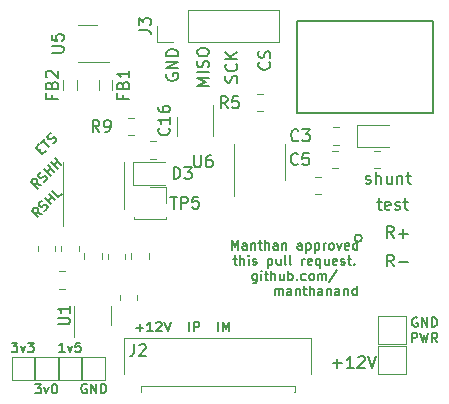
<source format=gbr>
G04 #@! TF.GenerationSoftware,KiCad,Pcbnew,(6.0.7)*
G04 #@! TF.CreationDate,2022-11-19T14:13:10-06:00*
G04 #@! TF.ProjectId,BPS-Amperes,4250532d-416d-4706-9572-65732e6b6963,rev?*
G04 #@! TF.SameCoordinates,Original*
G04 #@! TF.FileFunction,Legend,Top*
G04 #@! TF.FilePolarity,Positive*
%FSLAX46Y46*%
G04 Gerber Fmt 4.6, Leading zero omitted, Abs format (unit mm)*
G04 Created by KiCad (PCBNEW (6.0.7)) date 2022-11-19 14:13:10*
%MOMM*%
%LPD*%
G01*
G04 APERTURE LIST*
%ADD10C,0.200000*%
%ADD11C,0.150000*%
%ADD12C,0.120000*%
%ADD13C,0.127000*%
G04 APERTURE END LIST*
D10*
X148490476Y-112385714D02*
X148871428Y-112385714D01*
X148633333Y-112052380D02*
X148633333Y-112909523D01*
X148680952Y-113004761D01*
X148776190Y-113052380D01*
X148871428Y-113052380D01*
X149585714Y-113004761D02*
X149490476Y-113052380D01*
X149300000Y-113052380D01*
X149204761Y-113004761D01*
X149157142Y-112909523D01*
X149157142Y-112528571D01*
X149204761Y-112433333D01*
X149300000Y-112385714D01*
X149490476Y-112385714D01*
X149585714Y-112433333D01*
X149633333Y-112528571D01*
X149633333Y-112623809D01*
X149157142Y-112719047D01*
X150014285Y-113004761D02*
X150109523Y-113052380D01*
X150300000Y-113052380D01*
X150395238Y-113004761D01*
X150442857Y-112909523D01*
X150442857Y-112861904D01*
X150395238Y-112766666D01*
X150300000Y-112719047D01*
X150157142Y-112719047D01*
X150061904Y-112671428D01*
X150014285Y-112576190D01*
X150014285Y-112528571D01*
X150061904Y-112433333D01*
X150157142Y-112385714D01*
X150300000Y-112385714D01*
X150395238Y-112433333D01*
X150728571Y-112385714D02*
X151109523Y-112385714D01*
X150871428Y-112052380D02*
X150871428Y-112909523D01*
X150919047Y-113004761D01*
X151014285Y-113052380D01*
X151109523Y-113052380D01*
X134252380Y-102571428D02*
X133252380Y-102571428D01*
X133966666Y-102238095D01*
X133252380Y-101904761D01*
X134252380Y-101904761D01*
X134252380Y-101428571D02*
X133252380Y-101428571D01*
X134204761Y-101000000D02*
X134252380Y-100857142D01*
X134252380Y-100619047D01*
X134204761Y-100523809D01*
X134157142Y-100476190D01*
X134061904Y-100428571D01*
X133966666Y-100428571D01*
X133871428Y-100476190D01*
X133823809Y-100523809D01*
X133776190Y-100619047D01*
X133728571Y-100809523D01*
X133680952Y-100904761D01*
X133633333Y-100952380D01*
X133538095Y-101000000D01*
X133442857Y-101000000D01*
X133347619Y-100952380D01*
X133300000Y-100904761D01*
X133252380Y-100809523D01*
X133252380Y-100571428D01*
X133300000Y-100428571D01*
X133252380Y-99809523D02*
X133252380Y-99619047D01*
X133300000Y-99523809D01*
X133395238Y-99428571D01*
X133585714Y-99380952D01*
X133919047Y-99380952D01*
X134109523Y-99428571D01*
X134204761Y-99523809D01*
X134252380Y-99619047D01*
X134252380Y-99809523D01*
X134204761Y-99904761D01*
X134109523Y-100000000D01*
X133919047Y-100047619D01*
X133585714Y-100047619D01*
X133395238Y-100000000D01*
X133300000Y-99904761D01*
X133252380Y-99809523D01*
D11*
X117547619Y-124311904D02*
X118042857Y-124311904D01*
X117776190Y-124616666D01*
X117890476Y-124616666D01*
X117966666Y-124654761D01*
X118004761Y-124692857D01*
X118042857Y-124769047D01*
X118042857Y-124959523D01*
X118004761Y-125035714D01*
X117966666Y-125073809D01*
X117890476Y-125111904D01*
X117661904Y-125111904D01*
X117585714Y-125073809D01*
X117547619Y-125035714D01*
X118309523Y-124578571D02*
X118500000Y-125111904D01*
X118690476Y-124578571D01*
X118919047Y-124311904D02*
X119414285Y-124311904D01*
X119147619Y-124616666D01*
X119261904Y-124616666D01*
X119338095Y-124654761D01*
X119376190Y-124692857D01*
X119414285Y-124769047D01*
X119414285Y-124959523D01*
X119376190Y-125035714D01*
X119338095Y-125073809D01*
X119261904Y-125111904D01*
X119033333Y-125111904D01*
X118957142Y-125073809D01*
X118919047Y-125035714D01*
D10*
X139357142Y-100566666D02*
X139404761Y-100614285D01*
X139452380Y-100757142D01*
X139452380Y-100852380D01*
X139404761Y-100995238D01*
X139309523Y-101090476D01*
X139214285Y-101138095D01*
X139023809Y-101185714D01*
X138880952Y-101185714D01*
X138690476Y-101138095D01*
X138595238Y-101090476D01*
X138500000Y-100995238D01*
X138452380Y-100852380D01*
X138452380Y-100757142D01*
X138500000Y-100614285D01*
X138547619Y-100566666D01*
X139404761Y-100185714D02*
X139452380Y-100042857D01*
X139452380Y-99804761D01*
X139404761Y-99709523D01*
X139357142Y-99661904D01*
X139261904Y-99614285D01*
X139166666Y-99614285D01*
X139071428Y-99661904D01*
X139023809Y-99709523D01*
X138976190Y-99804761D01*
X138928571Y-99995238D01*
X138880952Y-100090476D01*
X138833333Y-100138095D01*
X138738095Y-100185714D01*
X138642857Y-100185714D01*
X138547619Y-100138095D01*
X138500000Y-100090476D01*
X138452380Y-99995238D01*
X138452380Y-99757142D01*
X138500000Y-99614285D01*
D11*
X144738095Y-126071428D02*
X145500000Y-126071428D01*
X145119047Y-126452380D02*
X145119047Y-125690476D01*
X146500000Y-126452380D02*
X145928571Y-126452380D01*
X146214285Y-126452380D02*
X146214285Y-125452380D01*
X146119047Y-125595238D01*
X146023809Y-125690476D01*
X145928571Y-125738095D01*
X146880952Y-125547619D02*
X146928571Y-125500000D01*
X147023809Y-125452380D01*
X147261904Y-125452380D01*
X147357142Y-125500000D01*
X147404761Y-125547619D01*
X147452380Y-125642857D01*
X147452380Y-125738095D01*
X147404761Y-125880952D01*
X146833333Y-126452380D01*
X147452380Y-126452380D01*
X147738095Y-125452380D02*
X148071428Y-126452380D01*
X148404761Y-125452380D01*
X132600000Y-123361904D02*
X132600000Y-122561904D01*
X132980952Y-123361904D02*
X132980952Y-122561904D01*
X133285714Y-122561904D01*
X133361904Y-122600000D01*
X133400000Y-122638095D01*
X133438095Y-122714285D01*
X133438095Y-122828571D01*
X133400000Y-122904761D01*
X133361904Y-122942857D01*
X133285714Y-122980952D01*
X132980952Y-122980952D01*
D10*
X147542857Y-110804761D02*
X147638095Y-110852380D01*
X147828571Y-110852380D01*
X147923809Y-110804761D01*
X147971428Y-110709523D01*
X147971428Y-110661904D01*
X147923809Y-110566666D01*
X147828571Y-110519047D01*
X147685714Y-110519047D01*
X147590476Y-110471428D01*
X147542857Y-110376190D01*
X147542857Y-110328571D01*
X147590476Y-110233333D01*
X147685714Y-110185714D01*
X147828571Y-110185714D01*
X147923809Y-110233333D01*
X148400000Y-110852380D02*
X148400000Y-109852380D01*
X148828571Y-110852380D02*
X148828571Y-110328571D01*
X148780952Y-110233333D01*
X148685714Y-110185714D01*
X148542857Y-110185714D01*
X148447619Y-110233333D01*
X148400000Y-110280952D01*
X149733333Y-110185714D02*
X149733333Y-110852380D01*
X149304761Y-110185714D02*
X149304761Y-110709523D01*
X149352380Y-110804761D01*
X149447619Y-110852380D01*
X149590476Y-110852380D01*
X149685714Y-110804761D01*
X149733333Y-110757142D01*
X150209523Y-110185714D02*
X150209523Y-110852380D01*
X150209523Y-110280952D02*
X150257142Y-110233333D01*
X150352380Y-110185714D01*
X150495238Y-110185714D01*
X150590476Y-110233333D01*
X150638095Y-110328571D01*
X150638095Y-110852380D01*
X150971428Y-110185714D02*
X151352380Y-110185714D01*
X151114285Y-109852380D02*
X151114285Y-110709523D01*
X151161904Y-110804761D01*
X151257142Y-110852380D01*
X151352380Y-110852380D01*
X149890476Y-117852380D02*
X149557142Y-117376190D01*
X149319047Y-117852380D02*
X149319047Y-116852380D01*
X149700000Y-116852380D01*
X149795238Y-116900000D01*
X149842857Y-116947619D01*
X149890476Y-117042857D01*
X149890476Y-117185714D01*
X149842857Y-117280952D01*
X149795238Y-117328571D01*
X149700000Y-117376190D01*
X149319047Y-117376190D01*
X150319047Y-117471428D02*
X151080952Y-117471428D01*
D11*
X119853502Y-108065685D02*
X120042064Y-107877123D01*
X120419187Y-108092622D02*
X120149813Y-108361996D01*
X119584128Y-107796311D01*
X119853502Y-107526937D01*
X120015126Y-107365312D02*
X120338375Y-107042064D01*
X120742436Y-107769374D02*
X120176751Y-107203688D01*
X121038748Y-107419187D02*
X121146497Y-107365312D01*
X121281184Y-107230625D01*
X121308122Y-107149813D01*
X121308122Y-107095938D01*
X121281184Y-107015126D01*
X121227309Y-106961251D01*
X121146497Y-106934314D01*
X121092622Y-106934314D01*
X121011810Y-106961251D01*
X120877123Y-107042064D01*
X120796311Y-107069001D01*
X120742436Y-107069001D01*
X120661624Y-107042064D01*
X120607749Y-106988189D01*
X120580812Y-106907377D01*
X120580812Y-106853502D01*
X120607749Y-106772690D01*
X120742436Y-106638003D01*
X120850186Y-106584128D01*
X136185714Y-116429904D02*
X136185714Y-115629904D01*
X136452380Y-116201333D01*
X136719047Y-115629904D01*
X136719047Y-116429904D01*
X137442857Y-116429904D02*
X137442857Y-116010857D01*
X137404761Y-115934666D01*
X137328571Y-115896571D01*
X137176190Y-115896571D01*
X137100000Y-115934666D01*
X137442857Y-116391809D02*
X137366666Y-116429904D01*
X137176190Y-116429904D01*
X137100000Y-116391809D01*
X137061904Y-116315619D01*
X137061904Y-116239428D01*
X137100000Y-116163238D01*
X137176190Y-116125142D01*
X137366666Y-116125142D01*
X137442857Y-116087047D01*
X137823809Y-115896571D02*
X137823809Y-116429904D01*
X137823809Y-115972761D02*
X137861904Y-115934666D01*
X137938095Y-115896571D01*
X138052380Y-115896571D01*
X138128571Y-115934666D01*
X138166666Y-116010857D01*
X138166666Y-116429904D01*
X138433333Y-115896571D02*
X138738095Y-115896571D01*
X138547619Y-115629904D02*
X138547619Y-116315619D01*
X138585714Y-116391809D01*
X138661904Y-116429904D01*
X138738095Y-116429904D01*
X139004761Y-116429904D02*
X139004761Y-115629904D01*
X139347619Y-116429904D02*
X139347619Y-116010857D01*
X139309523Y-115934666D01*
X139233333Y-115896571D01*
X139119047Y-115896571D01*
X139042857Y-115934666D01*
X139004761Y-115972761D01*
X140071428Y-116429904D02*
X140071428Y-116010857D01*
X140033333Y-115934666D01*
X139957142Y-115896571D01*
X139804761Y-115896571D01*
X139728571Y-115934666D01*
X140071428Y-116391809D02*
X139995238Y-116429904D01*
X139804761Y-116429904D01*
X139728571Y-116391809D01*
X139690476Y-116315619D01*
X139690476Y-116239428D01*
X139728571Y-116163238D01*
X139804761Y-116125142D01*
X139995238Y-116125142D01*
X140071428Y-116087047D01*
X140452380Y-115896571D02*
X140452380Y-116429904D01*
X140452380Y-115972761D02*
X140490476Y-115934666D01*
X140566666Y-115896571D01*
X140680952Y-115896571D01*
X140757142Y-115934666D01*
X140795238Y-116010857D01*
X140795238Y-116429904D01*
X142128571Y-116429904D02*
X142128571Y-116010857D01*
X142090476Y-115934666D01*
X142014285Y-115896571D01*
X141861904Y-115896571D01*
X141785714Y-115934666D01*
X142128571Y-116391809D02*
X142052380Y-116429904D01*
X141861904Y-116429904D01*
X141785714Y-116391809D01*
X141747619Y-116315619D01*
X141747619Y-116239428D01*
X141785714Y-116163238D01*
X141861904Y-116125142D01*
X142052380Y-116125142D01*
X142128571Y-116087047D01*
X142509523Y-115896571D02*
X142509523Y-116696571D01*
X142509523Y-115934666D02*
X142585714Y-115896571D01*
X142738095Y-115896571D01*
X142814285Y-115934666D01*
X142852380Y-115972761D01*
X142890476Y-116048952D01*
X142890476Y-116277523D01*
X142852380Y-116353714D01*
X142814285Y-116391809D01*
X142738095Y-116429904D01*
X142585714Y-116429904D01*
X142509523Y-116391809D01*
X143233333Y-115896571D02*
X143233333Y-116696571D01*
X143233333Y-115934666D02*
X143309523Y-115896571D01*
X143461904Y-115896571D01*
X143538095Y-115934666D01*
X143576190Y-115972761D01*
X143614285Y-116048952D01*
X143614285Y-116277523D01*
X143576190Y-116353714D01*
X143538095Y-116391809D01*
X143461904Y-116429904D01*
X143309523Y-116429904D01*
X143233333Y-116391809D01*
X143957142Y-116429904D02*
X143957142Y-115896571D01*
X143957142Y-116048952D02*
X143995238Y-115972761D01*
X144033333Y-115934666D01*
X144109523Y-115896571D01*
X144185714Y-115896571D01*
X144566666Y-116429904D02*
X144490476Y-116391809D01*
X144452380Y-116353714D01*
X144414285Y-116277523D01*
X144414285Y-116048952D01*
X144452380Y-115972761D01*
X144490476Y-115934666D01*
X144566666Y-115896571D01*
X144680952Y-115896571D01*
X144757142Y-115934666D01*
X144795238Y-115972761D01*
X144833333Y-116048952D01*
X144833333Y-116277523D01*
X144795238Y-116353714D01*
X144757142Y-116391809D01*
X144680952Y-116429904D01*
X144566666Y-116429904D01*
X145100000Y-115896571D02*
X145290476Y-116429904D01*
X145480952Y-115896571D01*
X146090476Y-116391809D02*
X146014285Y-116429904D01*
X145861904Y-116429904D01*
X145785714Y-116391809D01*
X145747619Y-116315619D01*
X145747619Y-116010857D01*
X145785714Y-115934666D01*
X145861904Y-115896571D01*
X146014285Y-115896571D01*
X146090476Y-115934666D01*
X146128571Y-116010857D01*
X146128571Y-116087047D01*
X145747619Y-116163238D01*
X146814285Y-116429904D02*
X146814285Y-115629904D01*
X146814285Y-116391809D02*
X146738095Y-116429904D01*
X146585714Y-116429904D01*
X146509523Y-116391809D01*
X146471428Y-116353714D01*
X146433333Y-116277523D01*
X146433333Y-116048952D01*
X146471428Y-115972761D01*
X146509523Y-115934666D01*
X146585714Y-115896571D01*
X146738095Y-115896571D01*
X146814285Y-115934666D01*
X136319047Y-117184571D02*
X136623809Y-117184571D01*
X136433333Y-116917904D02*
X136433333Y-117603619D01*
X136471428Y-117679809D01*
X136547619Y-117717904D01*
X136623809Y-117717904D01*
X136890476Y-117717904D02*
X136890476Y-116917904D01*
X137233333Y-117717904D02*
X137233333Y-117298857D01*
X137195238Y-117222666D01*
X137119047Y-117184571D01*
X137004761Y-117184571D01*
X136928571Y-117222666D01*
X136890476Y-117260761D01*
X137614285Y-117717904D02*
X137614285Y-117184571D01*
X137614285Y-116917904D02*
X137576190Y-116956000D01*
X137614285Y-116994095D01*
X137652380Y-116956000D01*
X137614285Y-116917904D01*
X137614285Y-116994095D01*
X137957142Y-117679809D02*
X138033333Y-117717904D01*
X138185714Y-117717904D01*
X138261904Y-117679809D01*
X138300000Y-117603619D01*
X138300000Y-117565523D01*
X138261904Y-117489333D01*
X138185714Y-117451238D01*
X138071428Y-117451238D01*
X137995238Y-117413142D01*
X137957142Y-117336952D01*
X137957142Y-117298857D01*
X137995238Y-117222666D01*
X138071428Y-117184571D01*
X138185714Y-117184571D01*
X138261904Y-117222666D01*
X139252380Y-117184571D02*
X139252380Y-117984571D01*
X139252380Y-117222666D02*
X139328571Y-117184571D01*
X139480952Y-117184571D01*
X139557142Y-117222666D01*
X139595238Y-117260761D01*
X139633333Y-117336952D01*
X139633333Y-117565523D01*
X139595238Y-117641714D01*
X139557142Y-117679809D01*
X139480952Y-117717904D01*
X139328571Y-117717904D01*
X139252380Y-117679809D01*
X140319047Y-117184571D02*
X140319047Y-117717904D01*
X139976190Y-117184571D02*
X139976190Y-117603619D01*
X140014285Y-117679809D01*
X140090476Y-117717904D01*
X140204761Y-117717904D01*
X140280952Y-117679809D01*
X140319047Y-117641714D01*
X140814285Y-117717904D02*
X140738095Y-117679809D01*
X140700000Y-117603619D01*
X140700000Y-116917904D01*
X141233333Y-117717904D02*
X141157142Y-117679809D01*
X141119047Y-117603619D01*
X141119047Y-116917904D01*
X142147619Y-117717904D02*
X142147619Y-117184571D01*
X142147619Y-117336952D02*
X142185714Y-117260761D01*
X142223809Y-117222666D01*
X142300000Y-117184571D01*
X142376190Y-117184571D01*
X142947619Y-117679809D02*
X142871428Y-117717904D01*
X142719047Y-117717904D01*
X142642857Y-117679809D01*
X142604761Y-117603619D01*
X142604761Y-117298857D01*
X142642857Y-117222666D01*
X142719047Y-117184571D01*
X142871428Y-117184571D01*
X142947619Y-117222666D01*
X142985714Y-117298857D01*
X142985714Y-117375047D01*
X142604761Y-117451238D01*
X143671428Y-117184571D02*
X143671428Y-117984571D01*
X143671428Y-117679809D02*
X143595238Y-117717904D01*
X143442857Y-117717904D01*
X143366666Y-117679809D01*
X143328571Y-117641714D01*
X143290476Y-117565523D01*
X143290476Y-117336952D01*
X143328571Y-117260761D01*
X143366666Y-117222666D01*
X143442857Y-117184571D01*
X143595238Y-117184571D01*
X143671428Y-117222666D01*
X144395238Y-117184571D02*
X144395238Y-117717904D01*
X144052380Y-117184571D02*
X144052380Y-117603619D01*
X144090476Y-117679809D01*
X144166666Y-117717904D01*
X144280952Y-117717904D01*
X144357142Y-117679809D01*
X144395238Y-117641714D01*
X145080952Y-117679809D02*
X145004761Y-117717904D01*
X144852380Y-117717904D01*
X144776190Y-117679809D01*
X144738095Y-117603619D01*
X144738095Y-117298857D01*
X144776190Y-117222666D01*
X144852380Y-117184571D01*
X145004761Y-117184571D01*
X145080952Y-117222666D01*
X145119047Y-117298857D01*
X145119047Y-117375047D01*
X144738095Y-117451238D01*
X145423809Y-117679809D02*
X145500000Y-117717904D01*
X145652380Y-117717904D01*
X145728571Y-117679809D01*
X145766666Y-117603619D01*
X145766666Y-117565523D01*
X145728571Y-117489333D01*
X145652380Y-117451238D01*
X145538095Y-117451238D01*
X145461904Y-117413142D01*
X145423809Y-117336952D01*
X145423809Y-117298857D01*
X145461904Y-117222666D01*
X145538095Y-117184571D01*
X145652380Y-117184571D01*
X145728571Y-117222666D01*
X145995238Y-117184571D02*
X146300000Y-117184571D01*
X146109523Y-116917904D02*
X146109523Y-117603619D01*
X146147619Y-117679809D01*
X146223809Y-117717904D01*
X146300000Y-117717904D01*
X146566666Y-117641714D02*
X146604761Y-117679809D01*
X146566666Y-117717904D01*
X146528571Y-117679809D01*
X146566666Y-117641714D01*
X146566666Y-117717904D01*
X138319047Y-118472571D02*
X138319047Y-119120190D01*
X138280952Y-119196380D01*
X138242857Y-119234476D01*
X138166666Y-119272571D01*
X138052380Y-119272571D01*
X137976190Y-119234476D01*
X138319047Y-118967809D02*
X138242857Y-119005904D01*
X138090476Y-119005904D01*
X138014285Y-118967809D01*
X137976190Y-118929714D01*
X137938095Y-118853523D01*
X137938095Y-118624952D01*
X137976190Y-118548761D01*
X138014285Y-118510666D01*
X138090476Y-118472571D01*
X138242857Y-118472571D01*
X138319047Y-118510666D01*
X138700000Y-119005904D02*
X138700000Y-118472571D01*
X138700000Y-118205904D02*
X138661904Y-118244000D01*
X138700000Y-118282095D01*
X138738095Y-118244000D01*
X138700000Y-118205904D01*
X138700000Y-118282095D01*
X138966666Y-118472571D02*
X139271428Y-118472571D01*
X139080952Y-118205904D02*
X139080952Y-118891619D01*
X139119047Y-118967809D01*
X139195238Y-119005904D01*
X139271428Y-119005904D01*
X139538095Y-119005904D02*
X139538095Y-118205904D01*
X139880952Y-119005904D02*
X139880952Y-118586857D01*
X139842857Y-118510666D01*
X139766666Y-118472571D01*
X139652380Y-118472571D01*
X139576190Y-118510666D01*
X139538095Y-118548761D01*
X140604761Y-118472571D02*
X140604761Y-119005904D01*
X140261904Y-118472571D02*
X140261904Y-118891619D01*
X140300000Y-118967809D01*
X140376190Y-119005904D01*
X140490476Y-119005904D01*
X140566666Y-118967809D01*
X140604761Y-118929714D01*
X140985714Y-119005904D02*
X140985714Y-118205904D01*
X140985714Y-118510666D02*
X141061904Y-118472571D01*
X141214285Y-118472571D01*
X141290476Y-118510666D01*
X141328571Y-118548761D01*
X141366666Y-118624952D01*
X141366666Y-118853523D01*
X141328571Y-118929714D01*
X141290476Y-118967809D01*
X141214285Y-119005904D01*
X141061904Y-119005904D01*
X140985714Y-118967809D01*
X141709523Y-118929714D02*
X141747619Y-118967809D01*
X141709523Y-119005904D01*
X141671428Y-118967809D01*
X141709523Y-118929714D01*
X141709523Y-119005904D01*
X142433333Y-118967809D02*
X142357142Y-119005904D01*
X142204761Y-119005904D01*
X142128571Y-118967809D01*
X142090476Y-118929714D01*
X142052380Y-118853523D01*
X142052380Y-118624952D01*
X142090476Y-118548761D01*
X142128571Y-118510666D01*
X142204761Y-118472571D01*
X142357142Y-118472571D01*
X142433333Y-118510666D01*
X142890476Y-119005904D02*
X142814285Y-118967809D01*
X142776190Y-118929714D01*
X142738095Y-118853523D01*
X142738095Y-118624952D01*
X142776190Y-118548761D01*
X142814285Y-118510666D01*
X142890476Y-118472571D01*
X143004761Y-118472571D01*
X143080952Y-118510666D01*
X143119047Y-118548761D01*
X143157142Y-118624952D01*
X143157142Y-118853523D01*
X143119047Y-118929714D01*
X143080952Y-118967809D01*
X143004761Y-119005904D01*
X142890476Y-119005904D01*
X143500000Y-119005904D02*
X143500000Y-118472571D01*
X143500000Y-118548761D02*
X143538095Y-118510666D01*
X143614285Y-118472571D01*
X143728571Y-118472571D01*
X143804761Y-118510666D01*
X143842857Y-118586857D01*
X143842857Y-119005904D01*
X143842857Y-118586857D02*
X143880952Y-118510666D01*
X143957142Y-118472571D01*
X144071428Y-118472571D01*
X144147619Y-118510666D01*
X144185714Y-118586857D01*
X144185714Y-119005904D01*
X145138095Y-118167809D02*
X144452380Y-119196380D01*
X139823809Y-120293904D02*
X139823809Y-119760571D01*
X139823809Y-119836761D02*
X139861904Y-119798666D01*
X139938095Y-119760571D01*
X140052380Y-119760571D01*
X140128571Y-119798666D01*
X140166666Y-119874857D01*
X140166666Y-120293904D01*
X140166666Y-119874857D02*
X140204761Y-119798666D01*
X140280952Y-119760571D01*
X140395238Y-119760571D01*
X140471428Y-119798666D01*
X140509523Y-119874857D01*
X140509523Y-120293904D01*
X141233333Y-120293904D02*
X141233333Y-119874857D01*
X141195238Y-119798666D01*
X141119047Y-119760571D01*
X140966666Y-119760571D01*
X140890476Y-119798666D01*
X141233333Y-120255809D02*
X141157142Y-120293904D01*
X140966666Y-120293904D01*
X140890476Y-120255809D01*
X140852380Y-120179619D01*
X140852380Y-120103428D01*
X140890476Y-120027238D01*
X140966666Y-119989142D01*
X141157142Y-119989142D01*
X141233333Y-119951047D01*
X141614285Y-119760571D02*
X141614285Y-120293904D01*
X141614285Y-119836761D02*
X141652380Y-119798666D01*
X141728571Y-119760571D01*
X141842857Y-119760571D01*
X141919047Y-119798666D01*
X141957142Y-119874857D01*
X141957142Y-120293904D01*
X142223809Y-119760571D02*
X142528571Y-119760571D01*
X142338095Y-119493904D02*
X142338095Y-120179619D01*
X142376190Y-120255809D01*
X142452380Y-120293904D01*
X142528571Y-120293904D01*
X142795238Y-120293904D02*
X142795238Y-119493904D01*
X143138095Y-120293904D02*
X143138095Y-119874857D01*
X143100000Y-119798666D01*
X143023809Y-119760571D01*
X142909523Y-119760571D01*
X142833333Y-119798666D01*
X142795238Y-119836761D01*
X143861904Y-120293904D02*
X143861904Y-119874857D01*
X143823809Y-119798666D01*
X143747619Y-119760571D01*
X143595238Y-119760571D01*
X143519047Y-119798666D01*
X143861904Y-120255809D02*
X143785714Y-120293904D01*
X143595238Y-120293904D01*
X143519047Y-120255809D01*
X143480952Y-120179619D01*
X143480952Y-120103428D01*
X143519047Y-120027238D01*
X143595238Y-119989142D01*
X143785714Y-119989142D01*
X143861904Y-119951047D01*
X144242857Y-119760571D02*
X144242857Y-120293904D01*
X144242857Y-119836761D02*
X144280952Y-119798666D01*
X144357142Y-119760571D01*
X144471428Y-119760571D01*
X144547619Y-119798666D01*
X144585714Y-119874857D01*
X144585714Y-120293904D01*
X145309523Y-120293904D02*
X145309523Y-119874857D01*
X145271428Y-119798666D01*
X145195238Y-119760571D01*
X145042857Y-119760571D01*
X144966666Y-119798666D01*
X145309523Y-120255809D02*
X145233333Y-120293904D01*
X145042857Y-120293904D01*
X144966666Y-120255809D01*
X144928571Y-120179619D01*
X144928571Y-120103428D01*
X144966666Y-120027238D01*
X145042857Y-119989142D01*
X145233333Y-119989142D01*
X145309523Y-119951047D01*
X145690476Y-119760571D02*
X145690476Y-120293904D01*
X145690476Y-119836761D02*
X145728571Y-119798666D01*
X145804761Y-119760571D01*
X145919047Y-119760571D01*
X145995238Y-119798666D01*
X146033333Y-119874857D01*
X146033333Y-120293904D01*
X146757142Y-120293904D02*
X146757142Y-119493904D01*
X146757142Y-120255809D02*
X146680952Y-120293904D01*
X146528571Y-120293904D01*
X146452380Y-120255809D01*
X146414285Y-120217714D01*
X146376190Y-120141523D01*
X146376190Y-119912952D01*
X146414285Y-119836761D01*
X146452380Y-119798666D01*
X146528571Y-119760571D01*
X146680952Y-119760571D01*
X146757142Y-119798666D01*
X123890476Y-127850000D02*
X123814285Y-127811904D01*
X123700000Y-127811904D01*
X123585714Y-127850000D01*
X123509523Y-127926190D01*
X123471428Y-128002380D01*
X123433333Y-128154761D01*
X123433333Y-128269047D01*
X123471428Y-128421428D01*
X123509523Y-128497619D01*
X123585714Y-128573809D01*
X123700000Y-128611904D01*
X123776190Y-128611904D01*
X123890476Y-128573809D01*
X123928571Y-128535714D01*
X123928571Y-128269047D01*
X123776190Y-128269047D01*
X124271428Y-128611904D02*
X124271428Y-127811904D01*
X124728571Y-128611904D01*
X124728571Y-127811904D01*
X125109523Y-128611904D02*
X125109523Y-127811904D01*
X125300000Y-127811904D01*
X125414285Y-127850000D01*
X125490476Y-127926190D01*
X125528571Y-128002380D01*
X125566666Y-128154761D01*
X125566666Y-128269047D01*
X125528571Y-128421428D01*
X125490476Y-128497619D01*
X125414285Y-128573809D01*
X125300000Y-128611904D01*
X125109523Y-128611904D01*
D10*
X130700000Y-101561904D02*
X130652380Y-101657142D01*
X130652380Y-101800000D01*
X130700000Y-101942857D01*
X130795238Y-102038095D01*
X130890476Y-102085714D01*
X131080952Y-102133333D01*
X131223809Y-102133333D01*
X131414285Y-102085714D01*
X131509523Y-102038095D01*
X131604761Y-101942857D01*
X131652380Y-101800000D01*
X131652380Y-101704761D01*
X131604761Y-101561904D01*
X131557142Y-101514285D01*
X131223809Y-101514285D01*
X131223809Y-101704761D01*
X131652380Y-101085714D02*
X130652380Y-101085714D01*
X131652380Y-100514285D01*
X130652380Y-100514285D01*
X131652380Y-100038095D02*
X130652380Y-100038095D01*
X130652380Y-99800000D01*
X130700000Y-99657142D01*
X130795238Y-99561904D01*
X130890476Y-99514285D01*
X131080952Y-99466666D01*
X131223809Y-99466666D01*
X131414285Y-99514285D01*
X131509523Y-99561904D01*
X131604761Y-99657142D01*
X131652380Y-99800000D01*
X131652380Y-100038095D01*
D11*
X135042857Y-123361904D02*
X135042857Y-122561904D01*
X135423809Y-123361904D02*
X135423809Y-122561904D01*
X135690476Y-123133333D01*
X135957142Y-122561904D01*
X135957142Y-123361904D01*
X120136345Y-113375465D02*
X119678409Y-113294653D01*
X119813096Y-113698714D02*
X119247410Y-113133028D01*
X119462910Y-112917529D01*
X119543722Y-112890592D01*
X119597597Y-112890592D01*
X119678409Y-112917529D01*
X119759221Y-112998341D01*
X119786158Y-113079154D01*
X119786158Y-113133028D01*
X119759221Y-113213841D01*
X119543722Y-113429340D01*
X120324906Y-113133028D02*
X120432656Y-113079154D01*
X120567343Y-112944467D01*
X120594280Y-112863654D01*
X120594280Y-112809780D01*
X120567343Y-112728967D01*
X120513468Y-112675093D01*
X120432656Y-112648155D01*
X120378781Y-112648155D01*
X120297969Y-112675093D01*
X120163282Y-112755905D01*
X120082470Y-112782842D01*
X120028595Y-112782842D01*
X119947783Y-112755905D01*
X119893908Y-112702030D01*
X119866971Y-112621218D01*
X119866971Y-112567343D01*
X119893908Y-112486531D01*
X120028595Y-112351844D01*
X120136345Y-112297969D01*
X120917529Y-112594280D02*
X120351844Y-112028595D01*
X120621218Y-112297969D02*
X120944467Y-111974720D01*
X121240778Y-112271032D02*
X120675093Y-111705346D01*
X121779526Y-111732284D02*
X121510152Y-112001658D01*
X120944467Y-111435972D01*
X151890476Y-122206000D02*
X151814285Y-122167904D01*
X151700000Y-122167904D01*
X151585714Y-122206000D01*
X151509523Y-122282190D01*
X151471428Y-122358380D01*
X151433333Y-122510761D01*
X151433333Y-122625047D01*
X151471428Y-122777428D01*
X151509523Y-122853619D01*
X151585714Y-122929809D01*
X151700000Y-122967904D01*
X151776190Y-122967904D01*
X151890476Y-122929809D01*
X151928571Y-122891714D01*
X151928571Y-122625047D01*
X151776190Y-122625047D01*
X152271428Y-122967904D02*
X152271428Y-122167904D01*
X152728571Y-122967904D01*
X152728571Y-122167904D01*
X153109523Y-122967904D02*
X153109523Y-122167904D01*
X153300000Y-122167904D01*
X153414285Y-122206000D01*
X153490476Y-122282190D01*
X153528571Y-122358380D01*
X153566666Y-122510761D01*
X153566666Y-122625047D01*
X153528571Y-122777428D01*
X153490476Y-122853619D01*
X153414285Y-122929809D01*
X153300000Y-122967904D01*
X153109523Y-122967904D01*
X151433333Y-124255904D02*
X151433333Y-123455904D01*
X151738095Y-123455904D01*
X151814285Y-123494000D01*
X151852380Y-123532095D01*
X151890476Y-123608285D01*
X151890476Y-123722571D01*
X151852380Y-123798761D01*
X151814285Y-123836857D01*
X151738095Y-123874952D01*
X151433333Y-123874952D01*
X152157142Y-123455904D02*
X152347619Y-124255904D01*
X152500000Y-123684476D01*
X152652380Y-124255904D01*
X152842857Y-123455904D01*
X153604761Y-124255904D02*
X153338095Y-123874952D01*
X153147619Y-124255904D02*
X153147619Y-123455904D01*
X153452380Y-123455904D01*
X153528571Y-123494000D01*
X153566666Y-123532095D01*
X153604761Y-123608285D01*
X153604761Y-123722571D01*
X153566666Y-123798761D01*
X153528571Y-123836857D01*
X153452380Y-123874952D01*
X153147619Y-123874952D01*
X119547619Y-127811904D02*
X120042857Y-127811904D01*
X119776190Y-128116666D01*
X119890476Y-128116666D01*
X119966666Y-128154761D01*
X120004761Y-128192857D01*
X120042857Y-128269047D01*
X120042857Y-128459523D01*
X120004761Y-128535714D01*
X119966666Y-128573809D01*
X119890476Y-128611904D01*
X119661904Y-128611904D01*
X119585714Y-128573809D01*
X119547619Y-128535714D01*
X120309523Y-128078571D02*
X120500000Y-128611904D01*
X120690476Y-128078571D01*
X121147619Y-127811904D02*
X121223809Y-127811904D01*
X121300000Y-127850000D01*
X121338095Y-127888095D01*
X121376190Y-127964285D01*
X121414285Y-128116666D01*
X121414285Y-128307142D01*
X121376190Y-128459523D01*
X121338095Y-128535714D01*
X121300000Y-128573809D01*
X121223809Y-128611904D01*
X121147619Y-128611904D01*
X121071428Y-128573809D01*
X121033333Y-128535714D01*
X120995238Y-128459523D01*
X120957142Y-128307142D01*
X120957142Y-128116666D01*
X120995238Y-127964285D01*
X121033333Y-127888095D01*
X121071428Y-127850000D01*
X121147619Y-127811904D01*
X122042857Y-125111904D02*
X121585714Y-125111904D01*
X121814285Y-125111904D02*
X121814285Y-124311904D01*
X121738095Y-124426190D01*
X121661904Y-124502380D01*
X121585714Y-124540476D01*
X122309523Y-124578571D02*
X122500000Y-125111904D01*
X122690476Y-124578571D01*
X123376190Y-124311904D02*
X122995238Y-124311904D01*
X122957142Y-124692857D01*
X122995238Y-124654761D01*
X123071428Y-124616666D01*
X123261904Y-124616666D01*
X123338095Y-124654761D01*
X123376190Y-124692857D01*
X123414285Y-124769047D01*
X123414285Y-124959523D01*
X123376190Y-125035714D01*
X123338095Y-125073809D01*
X123261904Y-125111904D01*
X123071428Y-125111904D01*
X122995238Y-125073809D01*
X122957142Y-125035714D01*
X120069001Y-110942809D02*
X119611065Y-110861996D01*
X119745752Y-111266057D02*
X119180067Y-110700372D01*
X119395566Y-110484873D01*
X119476378Y-110457935D01*
X119530253Y-110457935D01*
X119611065Y-110484873D01*
X119691877Y-110565685D01*
X119718815Y-110646497D01*
X119718815Y-110700372D01*
X119691877Y-110781184D01*
X119476378Y-110996683D01*
X120257563Y-110700372D02*
X120365312Y-110646497D01*
X120500000Y-110511810D01*
X120526937Y-110430998D01*
X120526937Y-110377123D01*
X120500000Y-110296311D01*
X120446125Y-110242436D01*
X120365312Y-110215499D01*
X120311438Y-110215499D01*
X120230625Y-110242436D01*
X120095938Y-110323248D01*
X120015126Y-110350186D01*
X119961251Y-110350186D01*
X119880439Y-110323248D01*
X119826564Y-110269374D01*
X119799627Y-110188561D01*
X119799627Y-110134687D01*
X119826564Y-110053874D01*
X119961251Y-109919187D01*
X120069001Y-109865312D01*
X120850186Y-110161624D02*
X120284500Y-109595938D01*
X120553874Y-109865312D02*
X120877123Y-109542064D01*
X121173435Y-109838375D02*
X120607749Y-109272690D01*
X121442809Y-109569001D02*
X120877123Y-109003316D01*
X121146497Y-109272690D02*
X121469746Y-108949441D01*
X121766057Y-109245752D02*
X121200372Y-108680067D01*
D10*
X136604761Y-102285714D02*
X136652380Y-102142857D01*
X136652380Y-101904761D01*
X136604761Y-101809523D01*
X136557142Y-101761904D01*
X136461904Y-101714285D01*
X136366666Y-101714285D01*
X136271428Y-101761904D01*
X136223809Y-101809523D01*
X136176190Y-101904761D01*
X136128571Y-102095238D01*
X136080952Y-102190476D01*
X136033333Y-102238095D01*
X135938095Y-102285714D01*
X135842857Y-102285714D01*
X135747619Y-102238095D01*
X135700000Y-102190476D01*
X135652380Y-102095238D01*
X135652380Y-101857142D01*
X135700000Y-101714285D01*
X136557142Y-100714285D02*
X136604761Y-100761904D01*
X136652380Y-100904761D01*
X136652380Y-101000000D01*
X136604761Y-101142857D01*
X136509523Y-101238095D01*
X136414285Y-101285714D01*
X136223809Y-101333333D01*
X136080952Y-101333333D01*
X135890476Y-101285714D01*
X135795238Y-101238095D01*
X135700000Y-101142857D01*
X135652380Y-101000000D01*
X135652380Y-100904761D01*
X135700000Y-100761904D01*
X135747619Y-100714285D01*
X136652380Y-100285714D02*
X135652380Y-100285714D01*
X136652380Y-99714285D02*
X136080952Y-100142857D01*
X135652380Y-99714285D02*
X136223809Y-100285714D01*
X149890476Y-115452380D02*
X149557142Y-114976190D01*
X149319047Y-115452380D02*
X149319047Y-114452380D01*
X149700000Y-114452380D01*
X149795238Y-114500000D01*
X149842857Y-114547619D01*
X149890476Y-114642857D01*
X149890476Y-114785714D01*
X149842857Y-114880952D01*
X149795238Y-114928571D01*
X149700000Y-114976190D01*
X149319047Y-114976190D01*
X150319047Y-115071428D02*
X151080952Y-115071428D01*
X150700000Y-115452380D02*
X150700000Y-114690476D01*
D11*
X128090476Y-123057142D02*
X128700000Y-123057142D01*
X128395238Y-123361904D02*
X128395238Y-122752380D01*
X129500000Y-123361904D02*
X129042857Y-123361904D01*
X129271428Y-123361904D02*
X129271428Y-122561904D01*
X129195238Y-122676190D01*
X129119047Y-122752380D01*
X129042857Y-122790476D01*
X129804761Y-122638095D02*
X129842857Y-122600000D01*
X129919047Y-122561904D01*
X130109523Y-122561904D01*
X130185714Y-122600000D01*
X130223809Y-122638095D01*
X130261904Y-122714285D01*
X130261904Y-122790476D01*
X130223809Y-122904761D01*
X129766666Y-123361904D01*
X130261904Y-123361904D01*
X130490476Y-122561904D02*
X130757142Y-123361904D01*
X131023809Y-122561904D01*
X126978571Y-103333333D02*
X126978571Y-103666666D01*
X127502380Y-103666666D02*
X126502380Y-103666666D01*
X126502380Y-103190476D01*
X126978571Y-102476190D02*
X127026190Y-102333333D01*
X127073809Y-102285714D01*
X127169047Y-102238095D01*
X127311904Y-102238095D01*
X127407142Y-102285714D01*
X127454761Y-102333333D01*
X127502380Y-102428571D01*
X127502380Y-102809523D01*
X126502380Y-102809523D01*
X126502380Y-102476190D01*
X126550000Y-102380952D01*
X126597619Y-102333333D01*
X126692857Y-102285714D01*
X126788095Y-102285714D01*
X126883333Y-102333333D01*
X126930952Y-102380952D01*
X126978571Y-102476190D01*
X126978571Y-102809523D01*
X127502380Y-101285714D02*
X127502380Y-101857142D01*
X127502380Y-101571428D02*
X126502380Y-101571428D01*
X126645238Y-101666666D01*
X126740476Y-101761904D01*
X126788095Y-101857142D01*
X141833333Y-107157142D02*
X141785714Y-107204761D01*
X141642857Y-107252380D01*
X141547619Y-107252380D01*
X141404761Y-107204761D01*
X141309523Y-107109523D01*
X141261904Y-107014285D01*
X141214285Y-106823809D01*
X141214285Y-106680952D01*
X141261904Y-106490476D01*
X141309523Y-106395238D01*
X141404761Y-106300000D01*
X141547619Y-106252380D01*
X141642857Y-106252380D01*
X141785714Y-106300000D01*
X141833333Y-106347619D01*
X142166666Y-106252380D02*
X142785714Y-106252380D01*
X142452380Y-106633333D01*
X142595238Y-106633333D01*
X142690476Y-106680952D01*
X142738095Y-106728571D01*
X142785714Y-106823809D01*
X142785714Y-107061904D01*
X142738095Y-107157142D01*
X142690476Y-107204761D01*
X142595238Y-107252380D01*
X142309523Y-107252380D01*
X142214285Y-107204761D01*
X142166666Y-107157142D01*
X120928571Y-103333333D02*
X120928571Y-103666666D01*
X121452380Y-103666666D02*
X120452380Y-103666666D01*
X120452380Y-103190476D01*
X120928571Y-102476190D02*
X120976190Y-102333333D01*
X121023809Y-102285714D01*
X121119047Y-102238095D01*
X121261904Y-102238095D01*
X121357142Y-102285714D01*
X121404761Y-102333333D01*
X121452380Y-102428571D01*
X121452380Y-102809523D01*
X120452380Y-102809523D01*
X120452380Y-102476190D01*
X120500000Y-102380952D01*
X120547619Y-102333333D01*
X120642857Y-102285714D01*
X120738095Y-102285714D01*
X120833333Y-102333333D01*
X120880952Y-102380952D01*
X120928571Y-102476190D01*
X120928571Y-102809523D01*
X120547619Y-101857142D02*
X120500000Y-101809523D01*
X120452380Y-101714285D01*
X120452380Y-101476190D01*
X120500000Y-101380952D01*
X120547619Y-101333333D01*
X120642857Y-101285714D01*
X120738095Y-101285714D01*
X120880952Y-101333333D01*
X121452380Y-101904761D01*
X121452380Y-101285714D01*
X127916666Y-124452380D02*
X127916666Y-125166666D01*
X127869047Y-125309523D01*
X127773809Y-125404761D01*
X127630952Y-125452380D01*
X127535714Y-125452380D01*
X128345238Y-124547619D02*
X128392857Y-124500000D01*
X128488095Y-124452380D01*
X128726190Y-124452380D01*
X128821428Y-124500000D01*
X128869047Y-124547619D01*
X128916666Y-124642857D01*
X128916666Y-124738095D01*
X128869047Y-124880952D01*
X128297619Y-125452380D01*
X128916666Y-125452380D01*
X135833333Y-104452380D02*
X135500000Y-103976190D01*
X135261904Y-104452380D02*
X135261904Y-103452380D01*
X135642857Y-103452380D01*
X135738095Y-103500000D01*
X135785714Y-103547619D01*
X135833333Y-103642857D01*
X135833333Y-103785714D01*
X135785714Y-103880952D01*
X135738095Y-103928571D01*
X135642857Y-103976190D01*
X135261904Y-103976190D01*
X136738095Y-103452380D02*
X136261904Y-103452380D01*
X136214285Y-103928571D01*
X136261904Y-103880952D01*
X136357142Y-103833333D01*
X136595238Y-103833333D01*
X136690476Y-103880952D01*
X136738095Y-103928571D01*
X136785714Y-104023809D01*
X136785714Y-104261904D01*
X136738095Y-104357142D01*
X136690476Y-104404761D01*
X136595238Y-104452380D01*
X136357142Y-104452380D01*
X136261904Y-104404761D01*
X136214285Y-104357142D01*
X121484880Y-122761904D02*
X122294404Y-122761904D01*
X122389642Y-122714285D01*
X122437261Y-122666666D01*
X122484880Y-122571428D01*
X122484880Y-122380952D01*
X122437261Y-122285714D01*
X122389642Y-122238095D01*
X122294404Y-122190476D01*
X121484880Y-122190476D01*
X122484880Y-121190476D02*
X122484880Y-121761904D01*
X122484880Y-121476190D02*
X121484880Y-121476190D01*
X121627738Y-121571428D01*
X121722976Y-121666666D01*
X121770595Y-121761904D01*
X132988095Y-108452380D02*
X132988095Y-109261904D01*
X133035714Y-109357142D01*
X133083333Y-109404761D01*
X133178571Y-109452380D01*
X133369047Y-109452380D01*
X133464285Y-109404761D01*
X133511904Y-109357142D01*
X133559523Y-109261904D01*
X133559523Y-108452380D01*
X134464285Y-108452380D02*
X134273809Y-108452380D01*
X134178571Y-108500000D01*
X134130952Y-108547619D01*
X134035714Y-108690476D01*
X133988095Y-108880952D01*
X133988095Y-109261904D01*
X134035714Y-109357142D01*
X134083333Y-109404761D01*
X134178571Y-109452380D01*
X134369047Y-109452380D01*
X134464285Y-109404761D01*
X134511904Y-109357142D01*
X134559523Y-109261904D01*
X134559523Y-109023809D01*
X134511904Y-108928571D01*
X134464285Y-108880952D01*
X134369047Y-108833333D01*
X134178571Y-108833333D01*
X134083333Y-108880952D01*
X134035714Y-108928571D01*
X133988095Y-109023809D01*
X141783333Y-109157142D02*
X141735714Y-109204761D01*
X141592857Y-109252380D01*
X141497619Y-109252380D01*
X141354761Y-109204761D01*
X141259523Y-109109523D01*
X141211904Y-109014285D01*
X141164285Y-108823809D01*
X141164285Y-108680952D01*
X141211904Y-108490476D01*
X141259523Y-108395238D01*
X141354761Y-108300000D01*
X141497619Y-108252380D01*
X141592857Y-108252380D01*
X141735714Y-108300000D01*
X141783333Y-108347619D01*
X142688095Y-108252380D02*
X142211904Y-108252380D01*
X142164285Y-108728571D01*
X142211904Y-108680952D01*
X142307142Y-108633333D01*
X142545238Y-108633333D01*
X142640476Y-108680952D01*
X142688095Y-108728571D01*
X142735714Y-108823809D01*
X142735714Y-109061904D01*
X142688095Y-109157142D01*
X142640476Y-109204761D01*
X142545238Y-109252380D01*
X142307142Y-109252380D01*
X142211904Y-109204761D01*
X142164285Y-109157142D01*
X128322380Y-97833333D02*
X129036666Y-97833333D01*
X129179523Y-97880952D01*
X129274761Y-97976190D01*
X129322380Y-98119047D01*
X129322380Y-98214285D01*
X128322380Y-97452380D02*
X128322380Y-96833333D01*
X128703333Y-97166666D01*
X128703333Y-97023809D01*
X128750952Y-96928571D01*
X128798571Y-96880952D01*
X128893809Y-96833333D01*
X129131904Y-96833333D01*
X129227142Y-96880952D01*
X129274761Y-96928571D01*
X129322380Y-97023809D01*
X129322380Y-97309523D01*
X129274761Y-97404761D01*
X129227142Y-97452380D01*
X120952380Y-99761904D02*
X121761904Y-99761904D01*
X121857142Y-99714285D01*
X121904761Y-99666666D01*
X121952380Y-99571428D01*
X121952380Y-99380952D01*
X121904761Y-99285714D01*
X121857142Y-99238095D01*
X121761904Y-99190476D01*
X120952380Y-99190476D01*
X120952380Y-98238095D02*
X120952380Y-98714285D01*
X121428571Y-98761904D01*
X121380952Y-98714285D01*
X121333333Y-98619047D01*
X121333333Y-98380952D01*
X121380952Y-98285714D01*
X121428571Y-98238095D01*
X121523809Y-98190476D01*
X121761904Y-98190476D01*
X121857142Y-98238095D01*
X121904761Y-98285714D01*
X121952380Y-98380952D01*
X121952380Y-98619047D01*
X121904761Y-98714285D01*
X121857142Y-98761904D01*
X130988095Y-111952380D02*
X131559523Y-111952380D01*
X131273809Y-112952380D02*
X131273809Y-111952380D01*
X131892857Y-112952380D02*
X131892857Y-111952380D01*
X132273809Y-111952380D01*
X132369047Y-112000000D01*
X132416666Y-112047619D01*
X132464285Y-112142857D01*
X132464285Y-112285714D01*
X132416666Y-112380952D01*
X132369047Y-112428571D01*
X132273809Y-112476190D01*
X131892857Y-112476190D01*
X133369047Y-111952380D02*
X132892857Y-111952380D01*
X132845238Y-112428571D01*
X132892857Y-112380952D01*
X132988095Y-112333333D01*
X133226190Y-112333333D01*
X133321428Y-112380952D01*
X133369047Y-112428571D01*
X133416666Y-112523809D01*
X133416666Y-112761904D01*
X133369047Y-112857142D01*
X133321428Y-112904761D01*
X133226190Y-112952380D01*
X132988095Y-112952380D01*
X132892857Y-112904761D01*
X132845238Y-112857142D01*
X124983333Y-106452380D02*
X124650000Y-105976190D01*
X124411904Y-106452380D02*
X124411904Y-105452380D01*
X124792857Y-105452380D01*
X124888095Y-105500000D01*
X124935714Y-105547619D01*
X124983333Y-105642857D01*
X124983333Y-105785714D01*
X124935714Y-105880952D01*
X124888095Y-105928571D01*
X124792857Y-105976190D01*
X124411904Y-105976190D01*
X125459523Y-106452380D02*
X125650000Y-106452380D01*
X125745238Y-106404761D01*
X125792857Y-106357142D01*
X125888095Y-106214285D01*
X125935714Y-106023809D01*
X125935714Y-105642857D01*
X125888095Y-105547619D01*
X125840476Y-105500000D01*
X125745238Y-105452380D01*
X125554761Y-105452380D01*
X125459523Y-105500000D01*
X125411904Y-105547619D01*
X125364285Y-105642857D01*
X125364285Y-105880952D01*
X125411904Y-105976190D01*
X125459523Y-106023809D01*
X125554761Y-106071428D01*
X125745238Y-106071428D01*
X125840476Y-106023809D01*
X125888095Y-105976190D01*
X125935714Y-105880952D01*
X130857142Y-106142857D02*
X130904761Y-106190476D01*
X130952380Y-106333333D01*
X130952380Y-106428571D01*
X130904761Y-106571428D01*
X130809523Y-106666666D01*
X130714285Y-106714285D01*
X130523809Y-106761904D01*
X130380952Y-106761904D01*
X130190476Y-106714285D01*
X130095238Y-106666666D01*
X130000000Y-106571428D01*
X129952380Y-106428571D01*
X129952380Y-106333333D01*
X130000000Y-106190476D01*
X130047619Y-106142857D01*
X130952380Y-105190476D02*
X130952380Y-105761904D01*
X130952380Y-105476190D02*
X129952380Y-105476190D01*
X130095238Y-105571428D01*
X130190476Y-105666666D01*
X130238095Y-105761904D01*
X129952380Y-104333333D02*
X129952380Y-104523809D01*
X130000000Y-104619047D01*
X130047619Y-104666666D01*
X130190476Y-104761904D01*
X130380952Y-104809523D01*
X130761904Y-104809523D01*
X130857142Y-104761904D01*
X130904761Y-104714285D01*
X130952380Y-104619047D01*
X130952380Y-104428571D01*
X130904761Y-104333333D01*
X130857142Y-104285714D01*
X130761904Y-104238095D01*
X130523809Y-104238095D01*
X130428571Y-104285714D01*
X130380952Y-104333333D01*
X130333333Y-104428571D01*
X130333333Y-104619047D01*
X130380952Y-104714285D01*
X130428571Y-104761904D01*
X130523809Y-104809523D01*
X131261904Y-110452380D02*
X131261904Y-109452380D01*
X131500000Y-109452380D01*
X131642857Y-109500000D01*
X131738095Y-109595238D01*
X131785714Y-109690476D01*
X131833333Y-109880952D01*
X131833333Y-110023809D01*
X131785714Y-110214285D01*
X131738095Y-110309523D01*
X131642857Y-110404761D01*
X131500000Y-110452380D01*
X131261904Y-110452380D01*
X132166666Y-109452380D02*
X132785714Y-109452380D01*
X132452380Y-109833333D01*
X132595238Y-109833333D01*
X132690476Y-109880952D01*
X132738095Y-109928571D01*
X132785714Y-110023809D01*
X132785714Y-110261904D01*
X132738095Y-110357142D01*
X132690476Y-110404761D01*
X132595238Y-110452380D01*
X132309523Y-110452380D01*
X132214285Y-110404761D01*
X132166666Y-110357142D01*
D12*
X125697500Y-117227064D02*
X125697500Y-116772936D01*
X127167500Y-117227064D02*
X127167500Y-116772936D01*
X126697500Y-120272936D02*
X126697500Y-120727064D01*
X128167500Y-120272936D02*
X128167500Y-120727064D01*
X126060000Y-102100378D02*
X126060000Y-102899622D01*
X124940000Y-102100378D02*
X124940000Y-102899622D01*
X127060000Y-111000000D02*
X127060000Y-112950000D01*
X127060000Y-111000000D02*
X127060000Y-109050000D01*
X121940000Y-111000000D02*
X121940000Y-114450000D01*
X121940000Y-111000000D02*
X121940000Y-109050000D01*
X123450000Y-127450000D02*
X121550000Y-127450000D01*
X123450000Y-125550000D02*
X123450000Y-127450000D01*
X121550000Y-127450000D02*
X121550000Y-125550000D01*
X121550000Y-125550000D02*
X123450000Y-125550000D01*
X143727064Y-110265000D02*
X143272936Y-110265000D01*
X143727064Y-111735000D02*
X143272936Y-111735000D01*
X150950000Y-126950000D02*
X148550000Y-126950000D01*
X148550000Y-124550000D02*
X150950000Y-124550000D01*
X148550000Y-126950000D02*
X148550000Y-124550000D01*
X150950000Y-124550000D02*
X150950000Y-126950000D01*
X145261252Y-107535000D02*
X144738748Y-107535000D01*
X145261252Y-106065000D02*
X144738748Y-106065000D01*
X121940000Y-102100378D02*
X121940000Y-102899622D01*
X123060000Y-102100378D02*
X123060000Y-102899622D01*
X123235000Y-116564564D02*
X123235000Y-116110436D01*
X121765000Y-116564564D02*
X121765000Y-116110436D01*
X128485000Y-128495000D02*
X128505000Y-128495000D01*
X128485000Y-127995000D02*
X128485000Y-128495000D01*
X141515000Y-128495000D02*
X141515000Y-127995000D01*
X141515000Y-127995000D02*
X128485000Y-127995000D01*
X127065000Y-123905000D02*
X127065000Y-126980000D01*
X142935000Y-126980000D02*
X142935000Y-123905000D01*
X141495000Y-128495000D02*
X141515000Y-128495000D01*
X142935000Y-123905000D02*
X127065000Y-123905000D01*
X138814564Y-104735000D02*
X138360436Y-104735000D01*
X138814564Y-103265000D02*
X138360436Y-103265000D01*
X150950000Y-124450000D02*
X148550000Y-124450000D01*
X148550000Y-124450000D02*
X148550000Y-122050000D01*
X148550000Y-122050000D02*
X150950000Y-122050000D01*
X150950000Y-122050000D02*
X150950000Y-124450000D01*
X125450000Y-127450000D02*
X123550000Y-127450000D01*
X123550000Y-127450000D02*
X123550000Y-125550000D01*
X125450000Y-125550000D02*
X125450000Y-127450000D01*
X123550000Y-125550000D02*
X125450000Y-125550000D01*
X125992500Y-122000000D02*
X125992500Y-121200000D01*
X125992500Y-122000000D02*
X125992500Y-122800000D01*
X122872500Y-122000000D02*
X122872500Y-121200000D01*
X122872500Y-122000000D02*
X122872500Y-123800000D01*
D11*
X153250000Y-97040000D02*
X153250000Y-104900000D01*
X153250000Y-104900000D02*
X141750000Y-104900000D01*
X141750000Y-97040000D02*
X153250000Y-97040000D01*
X141750000Y-104900000D02*
X141750000Y-97040000D01*
D12*
X134635000Y-106000000D02*
X134635000Y-106800000D01*
X131515000Y-106000000D02*
X131515000Y-106800000D01*
X134635000Y-106000000D02*
X134635000Y-104200000D01*
X131515000Y-106000000D02*
X131515000Y-105200000D01*
X144688748Y-108065000D02*
X145211252Y-108065000D01*
X144688748Y-109535000D02*
X145211252Y-109535000D01*
X121450000Y-127450000D02*
X119550000Y-127450000D01*
X119550000Y-125550000D02*
X121450000Y-125550000D01*
X121450000Y-125550000D02*
X121450000Y-127450000D01*
X119550000Y-127450000D02*
X119550000Y-125550000D01*
X123697500Y-117261252D02*
X123697500Y-116738748D01*
X125167500Y-117261252D02*
X125167500Y-116738748D01*
X140150000Y-98830000D02*
X140150000Y-96170000D01*
X132470000Y-98830000D02*
X140150000Y-98830000D01*
X131200000Y-98830000D02*
X129870000Y-98830000D01*
X132470000Y-98830000D02*
X132470000Y-96170000D01*
X132470000Y-96170000D02*
X140150000Y-96170000D01*
X129870000Y-98830000D02*
X129870000Y-97500000D01*
X122061252Y-118265000D02*
X121538748Y-118265000D01*
X122061252Y-119735000D02*
X121538748Y-119735000D01*
X119765000Y-116564564D02*
X119765000Y-116110436D01*
X121235000Y-116564564D02*
X121235000Y-116110436D01*
X146815000Y-105840000D02*
X146815000Y-107760000D01*
X146815000Y-107760000D02*
X149500000Y-107760000D01*
X149500000Y-105840000D02*
X146815000Y-105840000D01*
X140660000Y-109000000D02*
X140660000Y-107500000D01*
X140660000Y-109000000D02*
X140660000Y-110500000D01*
X136340000Y-109000000D02*
X136340000Y-107500000D01*
X136340000Y-109000000D02*
X136340000Y-111875000D01*
D13*
X147215000Y-115460000D02*
G75*
G03*
X147215000Y-115460000I-317500J0D01*
G01*
D12*
X148272936Y-109535000D02*
X148727064Y-109535000D01*
X148272936Y-108065000D02*
X148727064Y-108065000D01*
X124000000Y-97440000D02*
X123200000Y-97440000D01*
X124000000Y-100560000D02*
X125800000Y-100560000D01*
X124000000Y-97440000D02*
X124800000Y-97440000D01*
X124000000Y-100560000D02*
X123200000Y-100560000D01*
X127920000Y-113710000D02*
X127920000Y-113830000D01*
X127920000Y-113830000D02*
X130580000Y-113830000D01*
X130580000Y-111170000D02*
X130580000Y-112500000D01*
X130580000Y-113710000D02*
X130580000Y-113830000D01*
X129250000Y-111170000D02*
X130580000Y-111170000D01*
X117550000Y-127450000D02*
X117550000Y-125550000D01*
X119450000Y-127450000D02*
X117550000Y-127450000D01*
X119450000Y-125550000D02*
X119450000Y-127450000D01*
X117550000Y-125550000D02*
X119450000Y-125550000D01*
X127422936Y-106735000D02*
X127877064Y-106735000D01*
X127422936Y-105265000D02*
X127877064Y-105265000D01*
X129238748Y-108735000D02*
X129761252Y-108735000D01*
X129238748Y-107265000D02*
X129761252Y-107265000D01*
X127815000Y-109040000D02*
X127815000Y-110960000D01*
X130500000Y-109040000D02*
X127815000Y-109040000D01*
X127815000Y-110960000D02*
X130500000Y-110960000D01*
X127697500Y-116738748D02*
X127697500Y-117261252D01*
X129167500Y-116738748D02*
X129167500Y-117261252D01*
M02*

</source>
